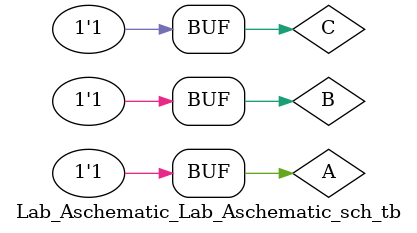
<source format=v>

`timescale 1ns / 1ps

module Lab_Aschematic_Lab_Aschematic_sch_tb();

// Inputs
   reg A;
   reg B;
   reg C;

// Output
   wire Y;

// Bidirs

// Instantiate the UUT
   Lab_Aschematic UUT (
		.A(A), 
		.B(B), 
		.C(C), 
		.Y(Y)
   );
// Initialize Inputs
		initial begin
		
			A = 0;B = 0;C = 0;
		#5 A = 0;B = 0;C = 1;
		#5 A = 0;B = 1;C = 0;
		#5 A = 0;B = 1;C = 1;
		#5 A = 1;B = 0;C = 0;
		#5 A = 1;B = 0;C = 1;
		#5 A = 1;B = 1;C = 0;
		#5 A = 1;B = 1;C = 1;
		end
endmodule

</source>
